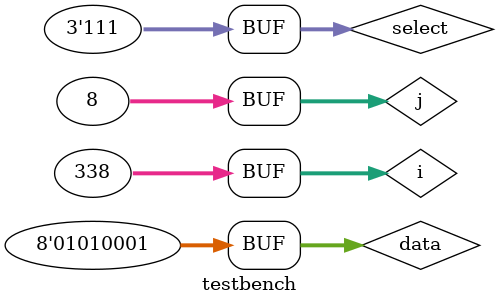
<source format=v>
`timescale 1ns / 1ps


module testbench;
    reg [7:0] data;
    reg [2:0] select;
    wire out;
    integer i, j;
    mux_for uut(
        .data(data),
        .select(select),
        .out(out));
    
    initial begin

        for (i = 0; i <= 337; i = i+1)begin
            for (j = 0; j < 8; j = j+1)begin
                data = i;
                select = j;
                #5;    
            end
        end
         
    end
endmodule

</source>
